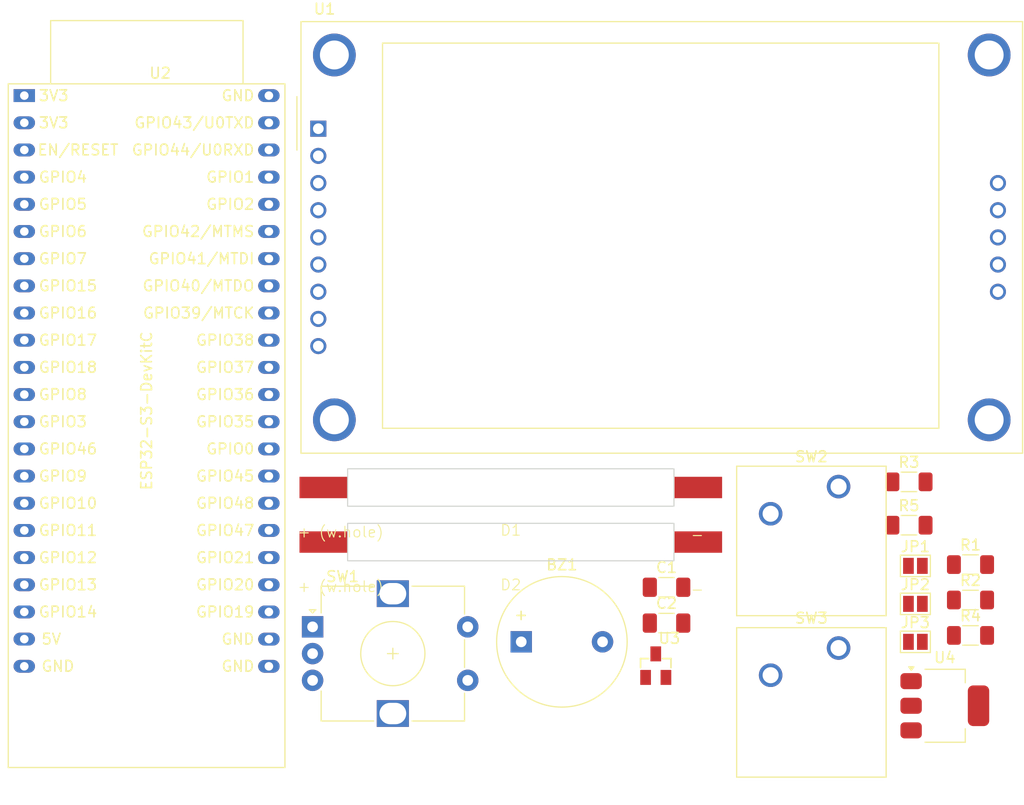
<source format=kicad_pcb>
(kicad_pcb (version 20241229) (generator "pcbnew") (generator_version "9.0")
  (layers (0 "F.Cu" signal) (2 "B.Cu" signal) (13 "F.Paste" user) (15 "B.Paste" user) (5 "F.SilkS" user "F.Silkscreen") (7 "B.SilkS" user "B.Silkscreen") (1 "F.Mask" user) (3 "B.Mask" user) (25 "Edge.Cuts" user))
  (net 0 "")
  (net 1 "+3.3V")
  (net 2 "Net-(D1-A)")
  (net 3 "Net-(JP2-A)")
  (net 4 "Net-(BZ1-+)")
  (net 5 "Net-(D1-K)")
  (net 6 "GND")
  (net 7 "Net-(U2-GPIO14{slash}ADC2_CH3)")
  (net 8 "/CLk")
  (net 9 "/SW")
  (net 10 "/DT")
  (net 11 "Net-(U1-RESET)")
  (net 12 "Net-(U1-D{slash}~{C})")
  (net 17 "Net-(U1-LED)")
  (net 18 "Net-(U1-MOSI)")
  (net 21 "Net-(U1-~{CS})")
  (net 22 "Net-(U1-SCK)")
  (net 24 "+5V")
  (net 25 "Net-(U2-GPIO1{slash}ADC1_CH0)")
  (net 26 "Net-(U2-GPIO2{slash}ADC1_CH1)")
  (net 50 "Net-(U4-VI)")
  (net 51 "Net-(JP1-A)")
  (net 52 "Net-(U4-VO)")
  (net 53 "Net-(D2-A)")
  (net 54 "Net-(U3-G)")
  (footprint "Rotary_Encoder:RotaryEncoder_Alps_EC12E-Switch_Vertical_H20mm" (layer "F.Cu") (at 166.76 121.125)
    (property "Reference" "SW1" (at 2.8 -4.7 0) (layer "F.SilkS"))
    (property "Value" "RotaryEncoder_Switch")
    (fp_line (start -0.3 -1.6) (end 0.3 -1.6) (stroke (width 0.12)) (layer "F.SilkS"))
    (fp_line (start 0 -1.3) (end -0.3 -1.6) (stroke (width 0.12)) (layer "F.SilkS"))
    (fp_line (start 0.3 -1.6) (end 0 -1.3) (stroke (width 0.12)) (layer "F.SilkS"))
    (fp_line (start 0.8 -3.8) (end 0.8 -1.3) (stroke (width 0.12)) (layer "F.SilkS"))
    (fp_line (start 0.8 8.8) (end 0.8 6) (stroke (width 0.12)) (layer "F.SilkS"))
    (fp_line (start 5.6 -3.8) (end 0.8 -3.8) (stroke (width 0.12)) (layer "F.SilkS"))
    (fp_line (start 5.7 8.8) (end 0.8 8.8) (stroke (width 0.12)) (layer "F.SilkS"))
    (fp_line (start 7 2.5) (end 8 2.5) (stroke (width 0.12)) (layer "F.SilkS"))
    (fp_line (start 7.5 2) (end 7.5 3) (stroke (width 0.12)) (layer "F.SilkS"))
    (fp_line (start 9.3 -3.8) (end 14.2 -3.8) (stroke (width 0.12)) (layer "F.SilkS"))
    (fp_line (start 14.2 -3.8) (end 14.2 -1.2) (stroke (width 0.12)) (layer "F.SilkS"))
    (fp_line (start 14.2 1.2) (end 14.2 3.8) (stroke (width 0.12)) (layer "F.SilkS"))
    (fp_line (start 14.2 6.2) (end 14.2 8.8) (stroke (width 0.12)) (layer "F.SilkS"))
    (fp_line (start 14.2 8.8) (end 9.3 8.8) (stroke (width 0.12)) (layer "F.SilkS"))
    (fp_circle (center 7.5 2.5) (end 10.5 2.5) (stroke (width 0.12)) (fill no) (layer "F.SilkS"))
    (pad "A" thru_hole rect (at 0 0) (size 2 2) (drill 1) (layers "*.Cu" "*.Mask") (net 8 "/CLk"))
    (pad "B" thru_hole circle (at 0 5) (size 2 2) (drill 1) (layers "*.Cu" "*.Mask") (net 10 "/DT"))
    (pad "C" thru_hole circle (at 0 2.5) (size 2 2) (drill 1) (layers "*.Cu" "*.Mask") (net 6 "GND"))
    (pad "MP" thru_hole rect (at 7.5 -3.1) (size 3 2.5) (drill oval 2.5 2) (layers "*.Cu" "*.Mask"))
    (pad "MP" thru_hole rect (at 7.5 8.1) (size 3 2.5) (drill oval 2.5 2) (layers "*.Cu" "*.Mask"))
    (pad "S1" thru_hole circle (at 14.5 0) (size 2 2) (drill 1) (layers "*.Cu" "*.Mask") (net 9 "/SW"))
    (pad "S2" thru_hole circle (at 14.5 5) (size 2 2) (drill 1) (layers "*.Cu" "*.Mask") (net 6 "GND"))
  )
  (footprint "Package_TO_SOT_SMD:SOT-223-3_TabPin2" (layer "F.Cu") (at 225.85 128.5)
    (property "Reference" "U4" (at 0 -4.5 0) (layer "F.SilkS"))
    (property "Value" "AMS1117-3.3")
    (fp_line (start -1.85 -3.41) (end 1.91 -3.41) (stroke (width 0.12)) (layer "F.SilkS"))
    (fp_line (start -1.85 3.41) (end 1.91 3.41) (stroke (width 0.12)) (layer "F.SilkS"))
    (fp_line (start 1.91 -3.41) (end 1.91 -2.15) (stroke (width 0.12)) (layer "F.SilkS"))
    (fp_line (start 1.91 3.41) (end 1.91 2.15) (stroke (width 0.12)) (layer "F.SilkS"))
    (fp_poly (pts (xy -3.13 -3.31) (xy -3.37 -3.64) (xy -2.89 -3.64) (xy -3.13 -3.31)) (stroke (width 0.12)) (fill yes) (layer "F.SilkS"))
    (pad "1" smd roundrect (at -3.15 -2.3) (size 2 1.5) (layers "F.Cu" "F.Mask" "F.Paste") (net 6 "GND"))
    (pad "2" smd roundrect (at -3.15 0) (size 2 1.5) (layers "F.Cu" "F.Mask" "F.Paste") (net 52 "Net-(U4-VO)"))
    (pad "2" smd roundrect (at 3.15 0) (size 2 3.8) (layers "F.Cu" "F.Mask" "F.Paste") (net 52 "Net-(U4-VO)"))
    (pad "3" smd roundrect (at -3.15 2.3) (size 2 1.5) (layers "F.Cu" "F.Mask" "F.Paste") (net 50 "Net-(U4-VI)"))
  )
  (footprint "custom_footprint:38mm rigid LED filament" (layer "F.Cu") (at 185.285 108.1)
    (property "Reference" "D1" (at 0 4 0) (layer "F.SilkS") (effects (font (thickness 0.1))))
    (property "Value" "LED")
    (fp_rect (start -15.25 -1.75) (end 15.25 1.75) (stroke (width 0.1)) (fill no) (layer "Edge.Cuts"))
    (fp_text user "-" (at 16.75 5 0) (layer "F.SilkS") (effects (font (thickness 0.1)) (justify left bottom)))
    (fp_text user "+ (w.hole)" (at -20 4.75 0) (layer "F.SilkS") (effects (font (thickness 0.1)) (justify left bottom)))
    (pad "1" smd rect (at -17.5 0) (size 4.5 2) (layers "F.Cu" "F.Mask" "F.Paste") (net 5 "Net-(D1-K)"))
    (pad "2" smd rect (at 17.5 0) (size 4.5 2) (layers "F.Cu" "F.Mask" "F.Paste") (net 2 "Net-(D1-A)"))
  )
  (footprint "Espressif:ESP32-S3-DevKitC" (layer "F.Cu") (at 139.815 71.47312)
    (property "Reference" "U2" (at 12.7 -2.1 0) (layer "F.SilkS"))
    (property "Value" "ESP32-S3-DevKitC" (at 11.42632 29.46128 90) (layer "F.SilkS"))
    (fp_line (start -1.5 62.79728) (end 24.359999 62.79728) (stroke (width 0.12)) (layer "F.SilkS"))
    (fp_line (start -1.499999 -1.1) (end -1.5 62.79728) (stroke (width 0.12)) (layer "F.SilkS"))
    (fp_line (start 2.46012 -7.01312) (end 20.44332 -7.01312) (stroke (width 0.12)) (layer "F.SilkS"))
    (fp_line (start 2.46012 -1.12032) (end 2.46012 -7.01312) (stroke (width 0.12)) (layer "F.SilkS"))
    (fp_line (start 20.44332 -7.01312) (end 20.44332 -1.12032) (stroke (width 0.12)) (layer "F.SilkS"))
    (fp_line (start 24.359999 62.79728) (end 24.36 -1.1) (stroke (width 0.12)) (layer "F.SilkS"))
    (fp_line (start 24.36 -1.1) (end -1.499999 -1.1) (stroke (width 0.12)) (layer "F.SilkS"))
    (fp_text user "GPIO12" (at 1.27 43.18 0) (layer "F.SilkS") (effects (justify left)))
    (fp_text user "GPIO4" (at 1.27 7.62 0) (layer "F.SilkS") (effects (justify left)))
    (fp_text user "GND" (at 21.59 53.34 0) (layer "F.SilkS") (effects (justify right)))
    (fp_text user "GPIO47" (at 21.59 40.64 0) (layer "F.SilkS") (effects (justify right)))
    (fp_text user "GPIO0" (at 21.59 33.02 0) (layer "F.SilkS") (effects (justify right)))
    (fp_text user "GPIO17" (at 1.27 22.86 0) (layer "F.SilkS") (effects (justify left)))
    (fp_text user "GPIO10" (at 1.27 38.1 0) (layer "F.SilkS") (effects (justify left)))
    (fp_text user "GPIO1" (at 21.59 7.62 0) (layer "F.SilkS") (effects (justify right)))
    (fp_text user "EN/RESET" (at 8.88632 5.07728 0) (layer "F.SilkS") (effects (justify right)))
    (fp_text user "GPIO14" (at 1.27 48.26 0) (layer "F.SilkS") (effects (justify left)))
    (fp_text user "3V3" (at 1.27 0 0) (layer "F.SilkS") (effects (justify left)))
    (fp_text user "GPIO41/MTDI" (at 21.59 15.24 0) (layer "F.SilkS") (effects (justify right)))
    (fp_text user "GPIO8" (at 1.27 27.94 0) (layer "F.SilkS") (effects (justify left)))
    (fp_text user "GND" (at 21.59 0 0) (layer "F.SilkS") (effects (justify right)))
    (fp_text user "GPIO42/MTMS" (at 21.59 12.7 0) (layer "F.SilkS") (effects (justify right)))
    (fp_text user "GPIO21" (at 21.59 43.18 0) (layer "F.SilkS") (effects (justify right)))
    (fp_text user "GPIO13" (at 1.27 45.72 0) (layer "F.SilkS") (effects (justify left)))
    (fp_text user "GPIO44/U0RXD" (at 21.59 5.08 0) (layer "F.SilkS") (effects (justify right)))
    (fp_text user "GPIO6" (at 1.27 12.7 0) (layer "F.SilkS") (effects (justify left)))
    (fp_text user "GPIO45" (at 21.59 35.56 0) (layer "F.SilkS") (effects (justify right)))
    (fp_text user "GPIO46" (at 1.27 33.02 0) (layer "F.SilkS") (effects (justify left)))
    (fp_text user "GPIO3" (at 1.27 30.48 0) (layer "F.SilkS") (effects (justify left)))
    (fp_text user "GPIO35" (at 21.59 30.48 0) (layer "F.SilkS") (effects (justify right)))
    (fp_text user "GPIO18" (at 1.27 25.4 0) (layer "F.SilkS") (effects (justify left)))
    (fp_text user "GPIO16" (at 1.27 20.32 0) (layer "F.SilkS") (effects (justify left)))
    (fp_text user "GPIO39/MTCK" (at 21.59 20.32 0) (layer "F.SilkS") (effects (justify right)))
    (fp_text user "GPIO40/MTDO" (at 21.59 17.78 0) (layer "F.SilkS") (effects (justify right)))
    (fp_text user "GPIO38" (at 21.59 22.86 0) (layer "F.SilkS") (effects (justify right)))
    (fp_text user "GPIO9" (at 1.27 35.56 0) (layer "F.SilkS") (effects (justify left)))
    (fp_text user "5V" (at 1.52032 50.79728 0) (layer "F.SilkS") (effects (justify left)))
    (fp_text user "GPIO48" (at 21.59 38.1 0) (layer "F.SilkS") (effects (justify right)))
    (fp_text user "GPIO5" (at 1.27 10.16 0) (layer "F.SilkS") (effects (justify left)))
    (fp_text user "GPIO11" (at 1.27 40.64 0) (layer "F.SilkS") (effects (justify left)))
    (fp_text user "3V3" (at 1.27 2.54 0) (layer "F.SilkS") (effects (justify left)))
    (fp_text user "GND" (at 21.59 50.8 0) (layer "F.SilkS") (effects (justify right)))
    (fp_text user "GPIO7" (at 1.27 15.24 0) (layer "F.SilkS") (effects (justify left)))
    (fp_text user "GND" (at 1.52032 53.33728 0) (layer "F.SilkS") (effects (justify left)))
    (fp_text user "GPIO2" (at 21.59 10.16 0) (layer "F.SilkS") (effects (justify right)))
    (fp_text user "GPIO19" (at 21.59 48.26 0) (layer "F.SilkS") (effects (justify right)))
    (fp_text user "GPIO37" (at 21.59 25.4 0) (layer "F.SilkS") (effects (justify right)))
    (fp_text user "GPIO36" (at 21.59 27.94 0) (layer "F.SilkS") (effects (justify right)))
    (fp_text user "GPIO20" (at 21.59 45.72 0) (layer "F.SilkS") (effects (justify right)))
    (fp_text user "GPIO15" (at 1.27 17.78 0) (layer "F.SilkS") (effects (justify left)))
    (fp_text user "GPIO43/U0TXD" (at 21.59 2.54 0) (layer "F.SilkS") (effects (justify right)))
    (pad "1" thru_hole rect (at 0 0 270) (size 1.2 2) (drill 0.8) (layers "*.Cu" "*.Mask") (net 1 "+3.3V"))
    (pad "2" thru_hole oval (at 0 2.54 270) (size 1.2 2) (drill 0.8) (layers "*.Cu" "*.Mask") (net 1 "+3.3V"))
    (pad "3" thru_hole oval (at 0 5.08 270) (size 1.2 2) (drill 0.8) (layers "*.Cu" "*.Mask"))
    (pad "4" thru_hole oval (at 0 7.62 270) (size 1.2 2) (drill 0.8) (layers "*.Cu" "*.Mask") (net 8 "/CLk"))
    (pad "5" thru_hole oval (at 0 10.16 270) (size 1.2 2) (drill 0.8) (layers "*.Cu" "*.Mask") (net 10 "/DT"))
    (pad "6" thru_hole oval (at 0 12.7 270) (size 1.2 2) (drill 0.8) (layers "*.Cu" "*.Mask") (net 9 "/SW"))
    (pad "7" thru_hole oval (at 0 15.24 270) (size 1.2 2) (drill 0.8) (layers "*.Cu" "*.Mask") (net 3 "Net-(JP2-A)"))
    (pad "8" thru_hole oval (at 0 17.78 270) (size 1.2 2) (drill 0.8) (layers "*.Cu" "*.Mask"))
    (pad "9" thru_hole oval (at 0 20.32 270) (size 1.2 2) (drill 0.8) (layers "*.Cu" "*.Mask"))
    (pad "10" thru_hole oval (at 0 22.86 270) (size 1.2 2) (drill 0.8) (layers "*.Cu" "*.Mask"))
    (pad "11" thru_hole oval (at 0 25.4 270) (size 1.2 2) (drill 0.8) (layers "*.Cu" "*.Mask"))
    (pad "12" thru_hole oval (at 0 27.94 270) (size 1.2 2) (drill 0.8) (layers "*.Cu" "*.Mask") (net 12 "Net-(U1-D{slash}~{C})"))
    (pad "13" thru_hole oval (at 0 30.48 270) (size 1.2 2) (drill 0.8) (layers "*.Cu" "*.Mask"))
    (pad "14" thru_hole oval (at 0 33.02 270) (size 1.2 2) (drill 0.8) (layers "*.Cu" "*.Mask"))
    (pad "15" thru_hole oval (at 0 35.56 270) (size 1.2 2) (drill 0.8) (layers "*.Cu" "*.Mask") (net 11 "Net-(U1-RESET)"))
    (pad "16" thru_hole oval (at 0 38.1 270) (size 1.2 2) (drill 0.8) (layers "*.Cu" "*.Mask") (net 21 "Net-(U1-~{CS})"))
    (pad "17" thru_hole oval (at 0 40.64 270) (size 1.2 2) (drill 0.8) (layers "*.Cu" "*.Mask") (net 18 "Net-(U1-MOSI)"))
    (pad "18" thru_hole oval (at 0 43.18 270) (size 1.2 2) (drill 0.8) (layers "*.Cu" "*.Mask") (net 22 "Net-(U1-SCK)"))
    (pad "19" thru_hole oval (at 0 45.72 270) (size 1.2 2) (drill 0.8) (layers "*.Cu" "*.Mask") (net 17 "Net-(U1-LED)"))
    (pad "20" thru_hole oval (at -0.00368 48.25728 270) (size 1.2 2) (drill 0.8) (layers "*.Cu" "*.Mask") (net 7 "Net-(U2-GPIO14{slash}ADC2_CH3)"))
    (pad "21" thru_hole oval (at -0.00368 50.79728 270) (size 1.2 2) (drill 0.8) (layers "*.Cu" "*.Mask") (net 24 "+5V"))
    (pad "22" thru_hole oval (at -0.00368 53.33728 270) (size 1.2 2) (drill 0.8) (layers "*.Cu" "*.Mask") (net 6 "GND"))
    (pad "23" thru_hole oval (at 22.86 53.34 270) (size 1.2 2) (drill 0.8) (layers "*.Cu" "*.Mask") (net 6 "GND"))
    (pad "24" thru_hole oval (at 22.86 50.8 270) (size 1.2 2) (drill 0.8) (layers "*.Cu" "*.Mask") (net 6 "GND"))
    (pad "25" thru_hole oval (at 22.86 48.26 270) (size 1.2 2) (drill 0.8) (layers "*.Cu" "*.Mask"))
    (pad "26" thru_hole oval (at 22.86 45.72 270) (size 1.2 2) (drill 0.8) (layers "*.Cu" "*.Mask"))
    (pad "27" thru_hole oval (at 22.86 43.18 270) (size 1.2 2) (drill 0.8) (layers "*.Cu" "*.Mask"))
    (pad "28" thru_hole oval (at 22.86 40.64 270) (size 1.2 2) (drill 0.8) (layers "*.Cu" "*.Mask"))
    (pad "29" thru_hole oval (at 22.86 38.1 270) (size 1.2 2) (drill 0.8) (layers "*.Cu" "*.Mask"))
    (pad "30" thru_hole oval (at 22.86 35.56 270) (size 1.2 2) (drill 0.8) (layers "*.Cu" "*.Mask"))
    (pad "31" thru_hole oval (at 22.86 33.02 270) (size 1.2 2) (drill 0.8) (layers "*.Cu" "*.Mask"))
    (pad "32" thru_hole oval (at 22.86 30.48 270) (size 1.2 2) (drill 0.8) (layers "*.Cu" "*.Mask"))
    (pad "33" thru_hole oval (at 22.86 27.94 270) (size 1.2 2) (drill 0.8) (layers "*.Cu" "*.Mask"))
    (pad "34" thru_hole oval (at 22.86 25.4 270) (size 1.2 2) (drill 0.8) (layers "*.Cu" "*.Mask"))
    (pad "35" thru_hole oval (at 22.86 22.86 270) (size 1.2 2) (drill 0.8) (layers "*.Cu" "*.Mask"))
    (pad "36" thru_hole oval (at 22.86 20.32 270) (size 1.2 2) (drill 0.8) (layers "*.Cu" "*.Mask"))
    (pad "37" thru_hole oval (at 22.86 17.78 270) (size 1.2 2) (drill 0.8) (layers "*.Cu" "*.Mask"))
    (pad "38" thru_hole oval (at 22.86 15.24 270) (size 1.2 2) (drill 0.8) (layers "*.Cu" "*.Mask"))
    (pad "39" thru_hole oval (at 22.86 12.7 270) (size 1.2 2) (drill 0.8) (layers "*.Cu" "*.Mask"))
    (pad "40" thru_hole oval (at 22.86 10.16 270) (size 1.2 2) (drill 0.8) (layers "*.Cu" "*.Mask") (net 26 "Net-(U2-GPIO2{slash}ADC1_CH1)"))
    (pad "41" thru_hole oval (at 22.86 7.62 270) (size 1.2 2) (drill 0.8) (layers "*.Cu" "*.Mask") (net 25 "Net-(U2-GPIO1{slash}ADC1_CH0)"))
    (pad "42" thru_hole oval (at 22.86 5.08 270) (size 1.2 2) (drill 0.8) (layers "*.Cu" "*.Mask"))
    (pad "43" thru_hole oval (at 22.86 2.54 270) (size 1.2 2) (drill 0.8) (layers "*.Cu" "*.Mask"))
    (pad "44" thru_hole oval (at 22.86 0 270) (size 1.2 2) (drill 0.8) (layers "*.Cu" "*.Mask") (net 6 "GND"))
  )
  (footprint "Jumper:SolderJumper-2_P1.3mm_Open_Pad1.0x1.5mm" (layer "F.Cu") (at 223.1 115.425)
    (property "Reference" "JP1" (at 0 -1.8 0) (layer "F.SilkS"))
    (property "Value" "SolderJumper_2_Open")
    (fp_line (start -1.4 -1) (end 1.4 -1) (stroke (width 0.12)) (layer "F.SilkS"))
    (fp_line (start -1.4 1) (end -1.4 -1) (stroke (width 0.12)) (layer "F.SilkS"))
    (fp_line (start 1.4 -1) (end 1.4 1) (stroke (width 0.12)) (layer "F.SilkS"))
    (fp_line (start 1.4 1) (end -1.4 1) (stroke (width 0.12)) (layer "F.SilkS"))
    (pad "1" smd rect (at -0.65 0) (size 1 1.5) (layers "F.Cu" "F.Mask") (net 51 "Net-(JP1-A)"))
    (pad "2" smd rect (at 0.65 0) (size 1 1.5) (layers "F.Cu" "F.Mask") (net 2 "Net-(D1-A)"))
  )
  (footprint "Buzzer_Beeper:Buzzer_12x9.5RM7.6" (layer "F.Cu") (at 186.26 122.525)
    (property "Reference" "BZ1" (at 3.8 -7.2 0) (layer "F.SilkS"))
    (property "Value" "Buzzer")
    (fp_circle (center 3.8 0) (end 9.9 0) (stroke (width 0.12)) (fill no) (layer "F.SilkS"))
    (fp_text user "+" (at -0.01 -2.54 0) (layer "F.SilkS"))
    (pad "1" thru_hole rect (at 0 0) (size 2 2) (drill 1) (layers "*.Cu" "*.Mask") (net 4 "Net-(BZ1-+)"))
    (pad "2" thru_hole circle (at 7.6 0) (size 2 2) (drill 1) (layers "*.Cu" "*.Mask") (net 6 "GND"))
  )
  (footprint "custom_footprint:38mm rigid LED filament" (layer "F.Cu") (at 185.285 113.2)
    (property "Reference" "D2" (at 0 4 0) (layer "F.SilkS") (effects (font (thickness 0.1))))
    (property "Value" "LED")
    (fp_rect (start -15.25 -1.75) (end 15.25 1.75) (stroke (width 0.1)) (fill no) (layer "Edge.Cuts"))
    (fp_text user "-" (at 16.75 5 0) (layer "F.SilkS") (effects (font (thickness 0.1)) (justify left bottom)))
    (fp_text user "+ (w.hole)" (at -20 4.75 0) (layer "F.SilkS") (effects (font (thickness 0.1)) (justify left bottom)))
    (pad "1" smd rect (at -17.5 0) (size 4.5 2) (layers "F.Cu" "F.Mask" "F.Paste") (net 5 "Net-(D1-K)"))
    (pad "2" smd rect (at 17.5 0) (size 4.5 2) (layers "F.Cu" "F.Mask" "F.Paste") (net 53 "Net-(D2-A)"))
  )
  (footprint "Jumper:SolderJumper-2_P1.3mm_Open_Pad1.0x1.5mm" (layer "F.Cu") (at 223.1 122.525)
    (property "Reference" "JP3" (at 0 -1.8 0) (layer "F.SilkS"))
    (property "Value" "SolderJumper_2_Open")
    (fp_line (start -1.4 -1) (end 1.4 -1) (stroke (width 0.12)) (layer "F.SilkS"))
    (fp_line (start -1.4 1) (end -1.4 -1) (stroke (width 0.12)) (layer "F.SilkS"))
    (fp_line (start 1.4 -1) (end 1.4 1) (stroke (width 0.12)) (layer "F.SilkS"))
    (fp_line (start 1.4 1) (end -1.4 1) (stroke (width 0.12)) (layer "F.SilkS"))
    (pad "1" smd rect (at -0.65 0) (size 1 1.5) (layers "F.Cu" "F.Mask") (net 51 "Net-(JP1-A)"))
    (pad "2" smd rect (at 0.65 0) (size 1 1.5) (layers "F.Cu" "F.Mask") (net 53 "Net-(D2-A)"))
  )
  (footprint "IRLML2502TRPBF:SOT23" (layer "F.Cu") (at 198.8336 124.75)
    (property "Reference" "U3" (at 1.274365 -2.548745 0) (layer "F.SilkS") (effects (font (size 1.003441 1.003441))))
    (property "Value" "IRLML2502TRPBF")
    (fp_line (start -1.4224 -0.6604) (end -0.6576 -0.6604) (stroke (width 0.1524)) (layer "F.SilkS"))
    (fp_line (start -1.4224 0.1854) (end -1.4224 -0.6604) (stroke (width 0.1524)) (layer "F.SilkS"))
    (fp_line (start 0.6326 -0.6604) (end 1.4224 -0.6604) (stroke (width 0.1524)) (layer "F.SilkS"))
    (fp_line (start 1.4224 -0.6604) (end 1.4224 0.1854) (stroke (width 0.1524)) (layer "F.SilkS"))
    (pad "1" smd rect (at -0.95 1.1) (size 1 1.4) (layers "F.Cu" "F.Mask" "F.Paste") (net 54 "Net-(U3-G)"))
    (pad "2" smd rect (at 0.95 1.1) (size 1 1.4) (layers "F.Cu" "F.Mask" "F.Paste") (net 6 "GND"))
    (pad "3" smd rect (at 0 -1.1) (size 1 1.4) (layers "F.Cu" "F.Mask" "F.Paste") (net 5 "Net-(D1-K)"))
  )
  (footprint "Display:CR2013-MI2120" (layer "F.Cu") (at 167.295 74.565)
    (property "Reference" "U1" (at 0.59 -11.18 0) (layer "F.SilkS"))
    (property "Value" "CR2013-MI2120")
    (fp_line (start -2 -3) (end -2 2) (stroke (width 0.12)) (layer "F.SilkS"))
    (fp_line (start -1.62 -10.01) (end 65.82 -10.01) (stroke (width 0.12)) (layer "F.SilkS"))
    (fp_line (start -1.62 30.33) (end -1.62 -10.01) (stroke (width 0.12)) (layer "F.SilkS"))
    (fp_line (start 6 -8) (end 58 -8) (stroke (width 0.12)) (layer "F.SilkS"))
    (fp_line (start 6 28) (end 6 -8) (stroke (width 0.12)) (layer "F.SilkS"))
    (fp_line (start 58 -8) (end 58 28) (stroke (width 0.12)) (layer "F.SilkS"))
    (fp_line (start 58 28) (end 6 28) (stroke (width 0.12)) (layer "F.SilkS"))
    (fp_line (start 65.82 -10.01) (end 65.82 30.33) (stroke (width 0.12)) (layer "F.SilkS"))
    (fp_line (start 65.82 30.33) (end -1.62 30.33) (stroke (width 0.12)) (layer "F.SilkS"))
    (pad "" thru_hole circle (at 1.5 -6.89) (size 4 4) (drill 2.7) (layers "*.Cu" "*.Mask"))
    (pad "" thru_hole circle (at 1.5 27.21) (size 4 4) (drill 2.7) (layers "*.Cu" "*.Mask"))
    (pad "" thru_hole circle (at 62.7 -6.89) (size 4 4) (drill 2.7) (layers "*.Cu" "*.Mask"))
    (pad "" thru_hole circle (at 62.7 27.21) (size 4 4) (drill 2.7) (layers "*.Cu" "*.Mask"))
    (pad "1" thru_hole rect (at 0 0) (size 1.5 1.5) (drill 1) (layers "*.Cu" "*.Mask") (net 6 "GND"))
    (pad "2" thru_hole circle (at 0 2.54) (size 1.5 1.5) (drill 1) (layers "*.Cu" "*.Mask") (net 1 "+3.3V"))
    (pad "3" thru_hole circle (at 0 5.08) (size 1.5 1.5) (drill 1) (layers "*.Cu" "*.Mask") (net 21 "Net-(U1-~{CS})"))
    (pad "4" thru_hole circle (at 0 7.62) (size 1.5 1.5) (drill 1) (layers "*.Cu" "*.Mask") (net 11 "Net-(U1-RESET)"))
    (pad "5" thru_hole circle (at 0 10.16) (size 1.5 1.5) (drill 1) (layers "*.Cu" "*.Mask") (net 12 "Net-(U1-D{slash}~{C})"))
    (pad "6" thru_hole circle (at 0 12.7) (size 1.5 1.5) (drill 1) (layers "*.Cu" "*.Mask") (net 18 "Net-(U1-MOSI)"))
    (pad "7" thru_hole circle (at 0 15.24) (size 1.5 1.5) (drill 1) (layers "*.Cu" "*.Mask") (net 22 "Net-(U1-SCK)"))
    (pad "8" thru_hole circle (at 0 17.78) (size 1.5 1.5) (drill 1) (layers "*.Cu" "*.Mask") (net 17 "Net-(U1-LED)"))
    (pad "9" thru_hole circle (at 0 20.32) (size 1.5 1.5) (drill 1) (layers "*.Cu" "*.Mask"))
    (pad "10" thru_hole circle (at 63.52 5.08) (size 1.5 1.5) (drill 1) (layers "*.Cu" "*.Mask"))
    (pad "11" thru_hole circle (at 63.52 7.62) (size 1.5 1.5) (drill 1) (layers "*.Cu" "*.Mask"))
    (pad "12" thru_hole circle (at 63.52 10.16) (size 1.5 1.5) (drill 1) (layers "*.Cu" "*.Mask"))
    (pad "13" thru_hole circle (at 63.52 12.7) (size 1.5 1.5) (drill 1) (layers "*.Cu" "*.Mask"))
    (pad "14" thru_hole circle (at 63.52 15.24) (size 1.5 1.5) (drill 1) (layers "*.Cu" "*.Mask"))
  )
  (footprint "Resistor_SMD:R_1206_3216Metric_Pad1.30x1.75mm_HandSolder" (layer "F.Cu") (at 222.5 107.575)
    (property "Reference" "R3" (at 0 -1.83 0) (layer "F.SilkS"))
    (property "Value" "3R")
    (fp_line (start -0.727064 -0.91) (end 0.727064 -0.91) (stroke (width 0.12)) (layer "F.SilkS"))
    (fp_line (start -0.727064 0.91) (end 0.727064 0.91) (stroke (width 0.12)) (layer "F.SilkS"))
    (pad "1" smd roundrect (at -1.55 0) (size 1.3 1.75) (layers "F.Cu" "F.Mask" "F.Paste") (roundrect_rratio 0.192308) (net 2 "Net-(D1-A)"))
    (pad "2" smd roundrect (at 1.55 0) (size 1.3 1.75) (layers "F.Cu" "F.Mask" "F.Paste") (roundrect_rratio 0.192308) (net 51 "Net-(JP1-A)"))
  )
  (footprint "Button_Switch_Keyboard:SW_Cherry_MX_1.00u_PCB" (layer "F.Cu") (at 215.92 123.105)
    (property "Reference" "SW3" (at -2.54 -2.794 0) (layer "F.SilkS"))
    (property "Value" "SW_Push")
    (fp_line (start -9.525 -1.905) (end 4.445 -1.905) (stroke (width 0.12)) (layer "F.SilkS"))
    (fp_line (start -9.525 12.065) (end -9.525 -1.905) (stroke (width 0.12)) (layer "F.SilkS"))
    (fp_line (start 4.445 -1.905) (end 4.445 12.065) (stroke (width 0.12)) (layer "F.SilkS"))
    (fp_line (start 4.445 12.065) (end -9.525 12.065) (stroke (width 0.12)) (layer "F.SilkS"))
    (pad "" np_thru_hole circle (at -7.62 5.08) (size 1.7 1.7) (drill 1.7) (layers "*.Cu" "*.Mask"))
    (pad "" np_thru_hole circle (at -2.54 5.08) (size 4 4) (drill 4) (layers "*.Cu" "*.Mask"))
    (pad "" np_thru_hole circle (at 2.54 5.08) (size 1.7 1.7) (drill 1.7) (layers "*.Cu" "*.Mask"))
    (pad "1" thru_hole circle (at 0 0) (size 2.2 2.2) (drill 1.5) (layers "*.Cu" "*.Mask") (net 26 "Net-(U2-GPIO2{slash}ADC1_CH1)"))
    (pad "2" thru_hole circle (at -6.35 2.54) (size 2.2 2.2) (drill 1.5) (layers "*.Cu" "*.Mask") (net 6 "GND"))
  )
  (footprint "Resistor_SMD:R_1206_3216Metric_Pad1.30x1.75mm_HandSolder" (layer "F.Cu") (at 222.5 111.625)
    (property "Reference" "R5" (at 0 -1.83 0) (layer "F.SilkS"))
    (property "Value" "3R")
    (fp_line (start -0.727064 -0.91) (end 0.727064 -0.91) (stroke (width 0.12)) (layer "F.SilkS"))
    (fp_line (start -0.727064 0.91) (end 0.727064 0.91) (stroke (width 0.12)) (layer "F.SilkS"))
    (pad "1" smd roundrect (at -1.55 0) (size 1.3 1.75) (layers "F.Cu" "F.Mask" "F.Paste") (roundrect_rratio 0.192308) (net 53 "Net-(D2-A)"))
    (pad "2" smd roundrect (at 1.55 0) (size 1.3 1.75) (layers "F.Cu" "F.Mask" "F.Paste") (roundrect_rratio 0.192308) (net 51 "Net-(JP1-A)"))
  )
  (footprint "Capacitor_SMD:C_1206_3216Metric_Pad1.33x1.80mm_HandSolder" (layer "F.Cu") (at 199.84 117.425)
    (property "Reference" "C1" (at 0 -1.85 0) (layer "F.SilkS"))
    (property "Value" "10µC")
    (fp_line (start -0.711252 -0.91) (end 0.711252 -0.91) (stroke (width 0.12)) (layer "F.SilkS"))
    (fp_line (start -0.711252 0.91) (end 0.711252 0.91) (stroke (width 0.12)) (layer "F.SilkS"))
    (pad "1" smd roundrect (at -1.5625 0) (size 1.325 1.8) (layers "F.Cu" "F.Mask" "F.Paste") (roundrect_rratio 0.188679) (net 24 "+5V"))
    (pad "2" smd roundrect (at 1.5625 0) (size 1.325 1.8) (layers "F.Cu" "F.Mask" "F.Paste") (roundrect_rratio 0.188679) (net 50 "Net-(U4-VI)"))
  )
  (footprint "Resistor_SMD:R_1206_3216Metric_Pad1.30x1.75mm_HandSolder" (layer "F.Cu") (at 228.25 115.305)
    (property "Reference" "R1" (at 0 -1.83 0) (layer "F.SilkS"))
    (property "Value" "220R")
    (fp_line (start -0.727064 -0.91) (end 0.727064 -0.91) (stroke (width 0.12)) (layer "F.SilkS"))
    (fp_line (start -0.727064 0.91) (end 0.727064 0.91) (stroke (width 0.12)) (layer "F.SilkS"))
    (pad "1" smd roundrect (at -1.55 0) (size 1.3 1.75) (layers "F.Cu" "F.Mask" "F.Paste") (roundrect_rratio 0.192308) (net 54 "Net-(U3-G)"))
    (pad "2" smd roundrect (at 1.55 0) (size 1.3 1.75) (layers "F.Cu" "F.Mask" "F.Paste") (roundrect_rratio 0.192308) (net 7 "Net-(U2-GPIO14{slash}ADC2_CH3)"))
  )
  (footprint "Capacitor_SMD:C_1206_3216Metric_Pad1.33x1.80mm_HandSolder" (layer "F.Cu") (at 199.84 120.775)
    (property "Reference" "C2" (at 0 -1.85 0) (layer "F.SilkS"))
    (property "Value" "100nC")
    (fp_line (start -0.711252 -0.91) (end 0.711252 -0.91) (stroke (width 0.12)) (layer "F.SilkS"))
    (fp_line (start -0.711252 0.91) (end 0.711252 0.91) (stroke (width 0.12)) (layer "F.SilkS"))
    (pad "1" smd roundrect (at -1.5625 0) (size 1.325 1.8) (layers "F.Cu" "F.Mask" "F.Paste") (roundrect_rratio 0.188679) (net 52 "Net-(U4-VO)"))
    (pad "2" smd roundrect (at 1.5625 0) (size 1.325 1.8) (layers "F.Cu" "F.Mask" "F.Paste") (roundrect_rratio 0.188679) (net 51 "Net-(JP1-A)"))
  )
  (footprint "Jumper:SolderJumper-2_P1.3mm_Open_Pad1.0x1.5mm" (layer "F.Cu") (at 223.1 118.975)
    (property "Reference" "JP2" (at 0 -1.8 0) (layer "F.SilkS"))
    (property "Value" "SolderJumper_2_Open")
    (fp_line (start -1.4 -1) (end 1.4 -1) (stroke (width 0.12)) (layer "F.SilkS"))
    (fp_line (start -1.4 1) (end -1.4 -1) (stroke (width 0.12)) (layer "F.SilkS"))
    (fp_line (start 1.4 -1) (end 1.4 1) (stroke (width 0.12)) (layer "F.SilkS"))
    (fp_line (start 1.4 1) (end -1.4 1) (stroke (width 0.12)) (layer "F.SilkS"))
    (pad "1" smd rect (at -0.65 0) (size 1 1.5) (layers "F.Cu" "F.Mask") (net 3 "Net-(JP2-A)"))
    (pad "2" smd rect (at 0.65 0) (size 1 1.5) (layers "F.Cu" "F.Mask") (net 4 "Net-(BZ1-+)"))
  )
  (footprint "Button_Switch_Keyboard:SW_Cherry_MX_1.00u_PCB" (layer "F.Cu") (at 215.92 108.015)
    (property "Reference" "SW2" (at -2.54 -2.794 0) (layer "F.SilkS"))
    (property "Value" "SW_Push")
    (fp_line (start -9.525 -1.905) (end 4.445 -1.905) (stroke (width 0.12)) (layer "F.SilkS"))
    (fp_line (start -9.525 12.065) (end -9.525 -1.905) (stroke (width 0.12)) (layer "F.SilkS"))
    (fp_line (start 4.445 -1.905) (end 4.445 12.065) (stroke (width 0.12)) (layer "F.SilkS"))
    (fp_line (start 4.445 12.065) (end -9.525 12.065) (stroke (width 0.12)) (layer "F.SilkS"))
    (pad "" np_thru_hole circle (at -7.62 5.08) (size 1.7 1.7) (drill 1.7) (layers "*.Cu" "*.Mask"))
    (pad "" np_thru_hole circle (at -2.54 5.08) (size 4 4) (drill 4) (layers "*.Cu" "*.Mask"))
    (pad "" np_thru_hole circle (at 2.54 5.08) (size 1.7 1.7) (drill 1.7) (layers "*.Cu" "*.Mask"))
    (pad "1" thru_hole circle (at 0 0) (size 2.2 2.2) (drill 1.5) (layers "*.Cu" "*.Mask") (net 25 "Net-(U2-GPIO1{slash}ADC1_CH0)"))
    (pad "2" thru_hole circle (at -6.35 2.54) (size 2.2 2.2) (drill 1.5) (layers "*.Cu" "*.Mask") (net 6 "GND"))
  )
  (footprint "Resistor_SMD:R_1206_3216Metric_Pad1.30x1.75mm_HandSolder" (layer "F.Cu") (at 228.25 121.925)
    (property "Reference" "R4" (at 0 -1.83 0) (layer "F.SilkS"))
    (property "Value" "100R")
    (fp_line (start -0.727064 -0.91) (end 0.727064 -0.91) (stroke (width 0.12)) (layer "F.SilkS"))
    (fp_line (start -0.727064 0.91) (end 0.727064 0.91) (stroke (width 0.12)) (layer "F.SilkS"))
    (pad "1" smd roundrect (at -1.55 0) (size 1.3 1.75) (layers "F.Cu" "F.Mask" "F.Paste") (roundrect_rratio 0.192308) (net 4 "Net-(BZ1-+)"))
    (pad "2" smd roundrect (at 1.55 0) (size 1.3 1.75) (layers "F.Cu" "F.Mask" "F.Paste") (roundrect_rratio 0.192308) (net 3 "Net-(JP2-A)"))
  )
  (footprint "Resistor_SMD:R_1206_3216Metric_Pad1.30x1.75mm_HandSolder" (layer "F.Cu") (at 228.25 118.615)
    (property "Reference" "R2" (at 0 -1.83 0) (layer "F.SilkS"))
    (property "Value" "10KR")
    (fp_line (start -0.727064 -0.91) (end 0.727064 -0.91) (stroke (width 0.12)) (layer "F.SilkS"))
    (fp_line (start -0.727064 0.91) (end 0.727064 0.91) (stroke (width 0.12)) (layer "F.SilkS"))
    (pad "1" smd roundrect (at -1.55 0) (size 1.3 1.75) (layers "F.Cu" "F.Mask" "F.Paste") (roundrect_rratio 0.192308) (net 7 "Net-(U2-GPIO14{slash}ADC2_CH3)"))
    (pad "2" smd roundrect (at 1.55 0) (size 1.3 1.75) (layers "F.Cu" "F.Mask" "F.Paste") (roundrect_rratio 0.192308) (net 6 "GND"))
  )
)
</source>
